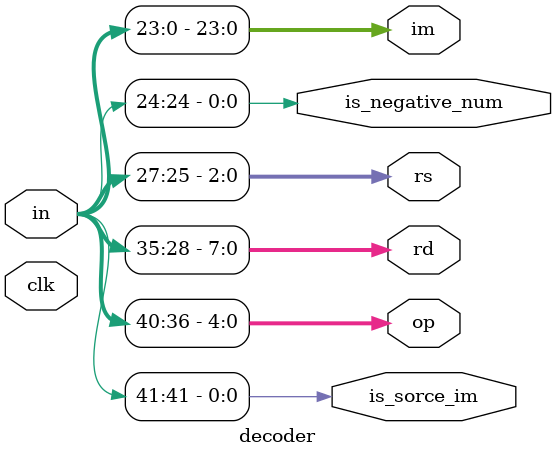
<source format=v>
module decoder(clk,in,is_sorce_im,op,rd,rs,is_negative_num,im);
	input clk;
	input[41:0]in;
	output is_sorce_im;
	output[4:0]op;
	output[7:0]rd;
	output[2:0]rs;
	output is_negative_num;
	output[23:0] im;
	
	assign is_sorce_im=in[41:41];
	assign op=in[40:36];
	assign rd=in[35:28];
	assign rs=in[27:25];
	assign is_negative_num=in[24:24];
	assign im=in[23:0];

endmodule 
</source>
